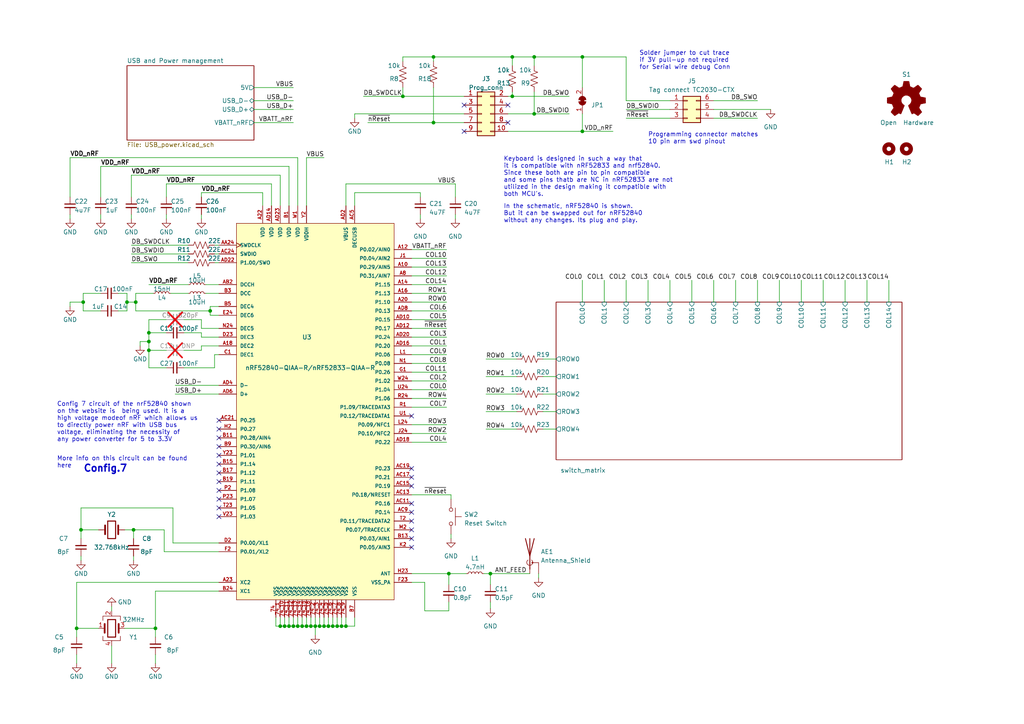
<source format=kicad_sch>
(kicad_sch (version 20230121) (generator eeschema)
  (paper "A4")
  (title_block (title "Main Page") (date "2023-06-05") (rev "1.0"))
  (junction (at 96.52 181.61))
  (junction (at 93.98 181.61))
  (junction (at 91.44 181.61))
  (junction (at 130.175 166.37))
  (junction (at 39.37 87.63))
  (junction (at 88.9 181.61))
  (junction (at 95.25 181.61))
  (junction (at 85.09 181.61))
  (junction (at 22.225 182.245))
  (junction (at 60.96 90.17))
  (junction (at 43.18 96.52))
  (junction (at 97.79 181.61))
  (junction (at 125.73 16.51))
  (junction (at 100.33 181.61))
  (junction (at 142.24 166.37))
  (junction (at 154.94 33.02))
  (junction (at 168.91 38.1))
  (junction (at 24.13 87.63))
  (junction (at 116.84 27.94))
  (junction (at 36.83 87.63))
  (junction (at 43.18 101.6))
  (junction (at 83.82 181.61))
  (junction (at 148.59 27.94))
  (junction (at 86.36 181.61))
  (junction (at 23.495 153.67))
  (junction (at 38.735 153.67))
  (junction (at 82.55 181.61))
  (junction (at 154.94 16.51))
  (junction (at 45.085 182.245))
  (junction (at 168.91 16.51))
  (junction (at 92.71 181.61))
  (junction (at 87.63 181.61))
  (junction (at 43.18 99.06))
  (junction (at 90.17 181.61))
  (junction (at 125.73 35.56))
  (junction (at 148.59 16.51))
  (junction (at 81.28 181.61))
  (junction (at 99.06 181.61))
  (no_connect (at 119.38 135.89))
  (no_connect (at 63.5 132.08))
  (no_connect (at 119.38 146.05))
  (no_connect (at 119.38 151.13))
  (no_connect (at 63.5 134.62))
  (no_connect (at 63.5 129.54))
  (no_connect (at 63.5 124.46))
  (no_connect (at 63.5 139.7))
  (no_connect (at 119.38 140.97))
  (no_connect (at 63.5 149.86))
  (no_connect (at 119.38 153.67))
  (no_connect (at 63.5 121.92))
  (no_connect (at 63.5 127))
  (no_connect (at 147.32 35.56))
  (no_connect (at 63.5 142.24))
  (no_connect (at 119.38 158.75))
  (no_connect (at 63.5 144.78))
  (no_connect (at 134.62 30.48))
  (no_connect (at 119.38 148.59))
  (no_connect (at 147.32 30.48))
  (no_connect (at 119.38 120.65))
  (no_connect (at 119.38 138.43))
  (no_connect (at 119.38 156.21))
  (no_connect (at 63.5 147.32))
  (no_connect (at 134.62 38.1))
  (no_connect (at 63.5 137.16))
  (wire (pts (xy 140.97 104.14) (xy 149.86 104.14)))
  (wire (pts (xy 96.52 179.07) (xy 96.52 181.61)))
  (wire (pts (xy 43.18 106.68) (xy 48.26 106.68)))
  (wire (pts (xy 142.24 166.37) (xy 153.67 166.37)))
  (wire (pts (xy 83.82 48.26) (xy 83.82 59.69)))
  (wire (pts (xy 22.225 168.91) (xy 22.225 182.245)))
  (wire (pts (xy 73.66 31.75) (xy 85.09 31.75)))
  (wire (pts (xy 58.42 92.71) (xy 58.42 95.25)))
  (wire (pts (xy 87.63 179.07) (xy 87.63 181.61)))
  (wire (pts (xy 73.66 35.56) (xy 85.09 35.56)))
  (wire (pts (xy 102.87 33.02) (xy 134.62 33.02)))
  (wire (pts (xy 99.06 179.07) (xy 99.06 181.61)))
  (wire (pts (xy 38.1 71.12) (xy 54.61 71.12)))
  (wire (pts (xy 207.01 29.21) (xy 219.71 29.21)))
  (wire (pts (xy 23.495 147.32) (xy 23.495 153.67)))
  (wire (pts (xy 121.92 62.23) (xy 121.92 63.5)))
  (wire (pts (xy 48.26 57.15) (xy 48.26 53.34)))
  (wire (pts (xy 125.73 16.51) (xy 148.59 16.51)))
  (wire (pts (xy 43.18 99.06) (xy 43.18 101.6)))
  (wire (pts (xy 140.335 166.37) (xy 142.24 166.37)))
  (wire (pts (xy 147.32 33.02) (xy 154.94 33.02)))
  (wire (pts (xy 20.32 45.72) (xy 20.32 57.15)))
  (wire (pts (xy 100.33 59.69) (xy 100.33 53.34)))
  (wire (pts (xy 119.38 107.95) (xy 129.54 107.95)))
  (wire (pts (xy 213.36 81.28) (xy 213.36 87.63)))
  (wire (pts (xy 86.36 45.72) (xy 86.36 59.69)))
  (wire (pts (xy 43.18 101.6) (xy 48.26 101.6)))
  (wire (pts (xy 116.84 27.94) (xy 134.62 27.94)))
  (wire (pts (xy 36.83 87.63) (xy 39.37 87.63)))
  (wire (pts (xy 58.42 57.15) (xy 58.42 55.88)))
  (wire (pts (xy 154.94 26.67) (xy 154.94 33.02)))
  (wire (pts (xy 43.18 82.55) (xy 54.61 82.55)))
  (wire (pts (xy 154.94 16.51) (xy 154.94 19.05)))
  (wire (pts (xy 29.21 62.23) (xy 29.21 63.5)))
  (wire (pts (xy 91.44 181.61) (xy 91.44 184.15)))
  (wire (pts (xy 119.38 87.63) (xy 129.54 87.63)))
  (wire (pts (xy 116.84 16.51) (xy 125.73 16.51)))
  (wire (pts (xy 88.9 181.61) (xy 87.63 181.61)))
  (wire (pts (xy 38.735 153.67) (xy 38.735 156.21)))
  (wire (pts (xy 148.59 26.67) (xy 148.59 27.94)))
  (wire (pts (xy 36.195 182.245) (xy 45.085 182.245)))
  (wire (pts (xy 29.21 57.15) (xy 29.21 48.26)))
  (wire (pts (xy 95.25 179.07) (xy 95.25 181.61)))
  (wire (pts (xy 49.53 85.09) (xy 54.61 85.09)))
  (wire (pts (xy 207.01 81.28) (xy 207.01 87.63)))
  (wire (pts (xy 119.38 80.01) (xy 129.54 80.01)))
  (wire (pts (xy 20.32 88.9) (xy 20.32 87.63)))
  (wire (pts (xy 257.81 81.28) (xy 257.81 87.63)))
  (wire (pts (xy 119.38 100.33) (xy 129.54 100.33)))
  (wire (pts (xy 45.085 182.245) (xy 45.085 184.785)))
  (wire (pts (xy 92.71 181.61) (xy 91.44 181.61)))
  (wire (pts (xy 238.76 81.28) (xy 238.76 87.63)))
  (wire (pts (xy 194.31 81.28) (xy 194.31 87.63)))
  (wire (pts (xy 100.33 53.34) (xy 132.08 53.34)))
  (wire (pts (xy 102.87 55.88) (xy 121.92 55.88)))
  (wire (pts (xy 24.13 87.63) (xy 24.13 90.17)))
  (wire (pts (xy 24.13 90.17) (xy 29.21 90.17)))
  (wire (pts (xy 119.38 105.41) (xy 129.54 105.41)))
  (wire (pts (xy 43.18 92.71) (xy 43.18 96.52)))
  (wire (pts (xy 119.38 110.49) (xy 129.54 110.49)))
  (wire (pts (xy 93.98 179.07) (xy 93.98 181.61)))
  (wire (pts (xy 23.495 153.67) (xy 28.575 153.67)))
  (wire (pts (xy 125.73 25.4) (xy 125.73 35.56)))
  (wire (pts (xy 147.32 38.1) (xy 168.91 38.1)))
  (wire (pts (xy 38.1 57.15) (xy 38.1 50.8)))
  (wire (pts (xy 23.495 161.29) (xy 23.495 162.56)))
  (wire (pts (xy 105.41 27.94) (xy 116.84 27.94)))
  (wire (pts (xy 53.34 96.52) (xy 58.42 96.52)))
  (wire (pts (xy 156.21 166.37) (xy 156.21 167.64)))
  (wire (pts (xy 90.17 179.07) (xy 90.17 181.61)))
  (wire (pts (xy 154.94 33.02) (xy 165.1 33.02)))
  (wire (pts (xy 97.79 181.61) (xy 96.52 181.61)))
  (wire (pts (xy 119.38 123.19) (xy 129.54 123.19)))
  (wire (pts (xy 20.32 45.72) (xy 86.36 45.72)))
  (wire (pts (xy 59.69 85.09) (xy 63.5 85.09)))
  (wire (pts (xy 60.96 90.17) (xy 60.96 88.9)))
  (wire (pts (xy 88.9 45.72) (xy 88.9 59.69)))
  (wire (pts (xy 22.225 182.245) (xy 28.575 182.245)))
  (wire (pts (xy 62.23 106.68) (xy 62.23 102.87)))
  (wire (pts (xy 29.21 85.09) (xy 24.13 85.09)))
  (wire (pts (xy 140.97 119.38) (xy 149.86 119.38)))
  (wire (pts (xy 48.26 92.71) (xy 43.18 92.71)))
  (wire (pts (xy 38.1 50.8) (xy 81.28 50.8)))
  (wire (pts (xy 207.01 31.75) (xy 223.52 31.75)))
  (wire (pts (xy 119.38 92.71) (xy 129.54 92.71)))
  (wire (pts (xy 119.38 128.27) (xy 129.54 128.27)))
  (wire (pts (xy 96.52 181.61) (xy 95.25 181.61)))
  (wire (pts (xy 53.34 106.68) (xy 62.23 106.68)))
  (wire (pts (xy 157.48 119.38) (xy 161.29 119.38)))
  (wire (pts (xy 22.225 182.245) (xy 22.225 184.785)))
  (wire (pts (xy 43.18 101.6) (xy 43.18 106.68)))
  (wire (pts (xy 130.81 154.94) (xy 130.81 156.21)))
  (wire (pts (xy 91.44 181.61) (xy 90.17 181.61)))
  (wire (pts (xy 157.48 104.14) (xy 161.29 104.14)))
  (wire (pts (xy 81.28 181.61) (xy 80.01 181.61)))
  (wire (pts (xy 168.91 38.1) (xy 177.8 38.1)))
  (wire (pts (xy 168.91 16.51) (xy 181.61 16.51)))
  (wire (pts (xy 140.97 114.3) (xy 149.86 114.3)))
  (wire (pts (xy 47.625 153.67) (xy 38.735 153.67)))
  (wire (pts (xy 119.38 82.55) (xy 129.54 82.55)))
  (wire (pts (xy 24.13 85.09) (xy 24.13 87.63)))
  (wire (pts (xy 130.81 144.78) (xy 130.81 143.51)))
  (wire (pts (xy 125.73 35.56) (xy 134.62 35.56)))
  (wire (pts (xy 121.92 55.88) (xy 121.92 57.15)))
  (wire (pts (xy 50.8 111.76) (xy 63.5 111.76)))
  (wire (pts (xy 181.61 16.51) (xy 181.61 29.21)))
  (wire (pts (xy 157.48 109.22) (xy 161.29 109.22)))
  (wire (pts (xy 92.71 179.07) (xy 92.71 181.61)))
  (wire (pts (xy 81.28 179.07) (xy 81.28 181.61)))
  (wire (pts (xy 147.32 27.94) (xy 148.59 27.94)))
  (wire (pts (xy 39.37 87.63) (xy 39.37 90.17)))
  (wire (pts (xy 38.1 73.66) (xy 54.61 73.66)))
  (wire (pts (xy 39.37 90.17) (xy 60.96 90.17)))
  (wire (pts (xy 119.38 72.39) (xy 129.54 72.39)))
  (wire (pts (xy 58.42 62.23) (xy 58.42 63.5)))
  (wire (pts (xy 58.42 100.33) (xy 63.5 100.33)))
  (wire (pts (xy 119.38 113.03) (xy 129.54 113.03)))
  (wire (pts (xy 44.45 85.09) (xy 39.37 85.09)))
  (wire (pts (xy 58.42 96.52) (xy 58.42 97.79)))
  (wire (pts (xy 53.34 101.6) (xy 58.42 101.6)))
  (wire (pts (xy 181.61 81.28) (xy 181.61 87.63)))
  (wire (pts (xy 119.38 102.87) (xy 129.54 102.87)))
  (wire (pts (xy 43.18 96.52) (xy 48.26 96.52)))
  (wire (pts (xy 86.36 179.07) (xy 86.36 181.61)))
  (wire (pts (xy 130.175 166.37) (xy 130.175 169.545)))
  (wire (pts (xy 119.38 115.57) (xy 129.54 115.57)))
  (wire (pts (xy 116.84 17.78) (xy 116.84 16.51)))
  (wire (pts (xy 200.66 81.28) (xy 200.66 87.63)))
  (wire (pts (xy 22.225 189.865) (xy 22.225 192.405)))
  (wire (pts (xy 88.9 45.72) (xy 93.98 45.72)))
  (wire (pts (xy 32.385 177.165) (xy 32.385 175.895)))
  (wire (pts (xy 119.38 74.93) (xy 129.54 74.93)))
  (wire (pts (xy 32.385 192.405) (xy 32.385 187.325)))
  (wire (pts (xy 62.23 73.66) (xy 63.5 73.66)))
  (wire (pts (xy 102.87 181.61) (xy 100.33 181.61)))
  (wire (pts (xy 83.82 181.61) (xy 82.55 181.61)))
  (wire (pts (xy 43.18 99.06) (xy 40.64 99.06)))
  (wire (pts (xy 157.48 114.3) (xy 161.29 114.3)))
  (wire (pts (xy 175.26 81.28) (xy 175.26 87.63)))
  (wire (pts (xy 140.97 109.22) (xy 149.86 109.22)))
  (wire (pts (xy 148.59 16.51) (xy 148.59 19.05)))
  (wire (pts (xy 168.91 33.02) (xy 168.91 38.1)))
  (wire (pts (xy 60.96 90.17) (xy 60.96 91.44)))
  (wire (pts (xy 23.495 147.32) (xy 50.165 147.32)))
  (wire (pts (xy 148.59 27.94) (xy 165.1 27.94)))
  (wire (pts (xy 102.87 59.69) (xy 102.87 55.88)))
  (wire (pts (xy 142.24 174.625) (xy 142.24 176.53)))
  (wire (pts (xy 73.66 25.4) (xy 85.09 25.4)))
  (wire (pts (xy 63.5 88.9) (xy 60.96 88.9)))
  (wire (pts (xy 90.17 181.61) (xy 88.9 181.61)))
  (wire (pts (xy 119.38 85.09) (xy 129.54 85.09)))
  (wire (pts (xy 38.1 76.2) (xy 54.61 76.2)))
  (wire (pts (xy 29.21 48.26) (xy 83.82 48.26)))
  (wire (pts (xy 123.19 168.91) (xy 123.19 177.165)))
  (wire (pts (xy 85.09 181.61) (xy 83.82 181.61)))
  (wire (pts (xy 102.87 179.07) (xy 102.87 181.61)))
  (wire (pts (xy 119.38 166.37) (xy 130.175 166.37)))
  (wire (pts (xy 207.01 34.29) (xy 219.71 34.29)))
  (wire (pts (xy 80.01 181.61) (xy 80.01 179.07)))
  (wire (pts (xy 251.46 81.28) (xy 251.46 87.63)))
  (wire (pts (xy 88.9 179.07) (xy 88.9 181.61)))
  (wire (pts (xy 119.38 125.73) (xy 129.54 125.73)))
  (wire (pts (xy 168.91 16.51) (xy 168.91 25.4)))
  (wire (pts (xy 47.625 160.02) (xy 47.625 153.67)))
  (wire (pts (xy 232.41 81.28) (xy 232.41 87.63)))
  (wire (pts (xy 245.11 81.28) (xy 245.11 87.63)))
  (wire (pts (xy 123.19 177.165) (xy 130.175 177.165)))
  (wire (pts (xy 219.71 81.28) (xy 219.71 87.63)))
  (wire (pts (xy 119.38 95.25) (xy 129.54 95.25)))
  (wire (pts (xy 100.33 181.61) (xy 99.06 181.61)))
  (wire (pts (xy 60.96 91.44) (xy 63.5 91.44)))
  (wire (pts (xy 168.91 81.28) (xy 168.91 87.63)))
  (wire (pts (xy 93.98 181.61) (xy 92.71 181.61)))
  (wire (pts (xy 39.37 85.09) (xy 39.37 87.63)))
  (wire (pts (xy 58.42 97.79) (xy 63.5 97.79)))
  (wire (pts (xy 83.82 179.07) (xy 83.82 181.61)))
  (wire (pts (xy 63.5 171.45) (xy 45.085 171.45)))
  (wire (pts (xy 181.61 29.21) (xy 194.31 29.21)))
  (wire (pts (xy 20.32 62.23) (xy 20.32 63.5)))
  (wire (pts (xy 119.38 90.17) (xy 129.54 90.17)))
  (wire (pts (xy 34.29 90.17) (xy 36.83 90.17)))
  (wire (pts (xy 119.38 118.11) (xy 129.54 118.11)))
  (wire (pts (xy 87.63 181.61) (xy 86.36 181.61)))
  (wire (pts (xy 132.08 62.23) (xy 132.08 63.5)))
  (wire (pts (xy 58.42 101.6) (xy 58.42 100.33)))
  (wire (pts (xy 38.735 161.29) (xy 38.735 162.56)))
  (wire (pts (xy 45.085 189.865) (xy 45.085 192.405)))
  (wire (pts (xy 53.34 92.71) (xy 58.42 92.71)))
  (wire (pts (xy 63.5 160.02) (xy 47.625 160.02)))
  (wire (pts (xy 86.36 181.61) (xy 85.09 181.61)))
  (wire (pts (xy 148.59 16.51) (xy 154.94 16.51)))
  (wire (pts (xy 50.165 147.32) (xy 50.165 157.48)))
  (wire (pts (xy 48.26 53.34) (xy 78.74 53.34)))
  (wire (pts (xy 34.29 85.09) (xy 36.83 85.09)))
  (wire (pts (xy 62.23 71.12) (xy 63.5 71.12)))
  (wire (pts (xy 187.96 81.28) (xy 187.96 87.63)))
  (wire (pts (xy 58.42 55.88) (xy 76.2 55.88)))
  (wire (pts (xy 50.165 157.48) (xy 63.5 157.48)))
  (wire (pts (xy 132.08 53.34) (xy 132.08 57.15)))
  (wire (pts (xy 36.83 85.09) (xy 36.83 87.63)))
  (wire (pts (xy 78.74 53.34) (xy 78.74 59.69)))
  (wire (pts (xy 40.64 99.06) (xy 40.64 100.33)))
  (wire (pts (xy 58.42 95.25) (xy 63.5 95.25)))
  (wire (pts (xy 99.06 181.61) (xy 97.79 181.61)))
  (wire (pts (xy 73.66 29.21) (xy 85.09 29.21)))
  (wire (pts (xy 226.06 81.28) (xy 226.06 87.63)))
  (wire (pts (xy 142.24 166.37) (xy 142.24 169.545)))
  (wire (pts (xy 140.97 124.46) (xy 149.86 124.46)))
  (wire (pts (xy 97.79 179.07) (xy 97.79 181.61)))
  (wire (pts (xy 181.61 31.75) (xy 194.31 31.75)))
  (wire (pts (xy 20.32 87.63) (xy 24.13 87.63)))
  (wire (pts (xy 181.61 34.29) (xy 194.31 34.29)))
  (wire (pts (xy 119.38 97.79) (xy 129.54 97.79)))
  (wire (pts (xy 36.83 87.63) (xy 36.83 90.17)))
  (wire (pts (xy 82.55 179.07) (xy 82.55 181.61)))
  (wire (pts (xy 95.25 181.61) (xy 93.98 181.61)))
  (wire (pts (xy 76.2 55.88) (xy 76.2 59.69)))
  (wire (pts (xy 48.26 62.23) (xy 48.26 63.5)))
  (wire (pts (xy 106.68 35.56) (xy 125.73 35.56)))
  (wire (pts (xy 36.195 153.67) (xy 38.735 153.67)))
  (wire (pts (xy 45.085 171.45) (xy 45.085 182.245)))
  (wire (pts (xy 102.87 33.02) (xy 102.87 34.29)))
  (wire (pts (xy 63.5 168.91) (xy 22.225 168.91)))
  (wire (pts (xy 85.09 179.07) (xy 85.09 181.61)))
  (wire (pts (xy 100.33 179.07) (xy 100.33 181.61)))
  (wire (pts (xy 59.69 82.55) (xy 63.5 82.55)))
  (wire (pts (xy 119.38 143.51) (xy 130.81 143.51)))
  (wire (pts (xy 119.38 168.91) (xy 123.19 168.91)))
  (wire (pts (xy 23.495 153.67) (xy 23.495 156.21)))
  (wire (pts (xy 38.1 62.23) (xy 38.1 63.5)))
  (wire (pts (xy 135.255 166.37) (xy 130.175 166.37)))
  (wire (pts (xy 91.44 179.07) (xy 91.44 181.61)))
  (wire (pts (xy 130.175 177.165) (xy 130.175 174.625)))
  (wire (pts (xy 81.28 50.8) (xy 81.28 59.69)))
  (wire (pts (xy 116.84 25.4) (xy 116.84 27.94)))
  (wire (pts (xy 62.23 76.2) (xy 63.5 76.2)))
  (wire (pts (xy 43.18 96.52) (xy 43.18 99.06)))
  (wire (pts (xy 119.38 77.47) (xy 129.54 77.47)))
  (wire (pts (xy 82.55 181.61) (xy 81.28 181.61)))
  (wire (pts (xy 62.23 102.87) (xy 63.5 102.87)))
  (wire (pts (xy 154.94 16.51) (xy 168.91 16.51)))
  (wire (pts (xy 157.48 124.46) (xy 161.29 124.46)))
  (wire (pts (xy 125.73 16.51) (xy 125.73 17.78)))
  (wire (pts (xy 50.8 114.3) (xy 63.5 114.3)))
  (text "Config.7\n" (at 24.13 137.16 0) (effects (font (size 2 2) (thickness 0.4) bold) (justify left bottom)))
  (text "More info on this circuit can be found\nhere\n" (at 16.51 135.89 0) (effects (font (size 1.27 1.27)) (justify left bottom)))
  (text "Keyboard is designed in such a way that \nit is compatible with nRF52833 and nrf52840.\nSince these both are pin to pin compatible \nand some pins thatb are NC in nRF52833 are not\nutilized in the design making it compatible with \nboth MCU's." (at 146.05 57.15 0) (effects (font (size 1.27 1.27)) (justify left bottom)))
  (text "Programming connector matches \n10 pin arm swd pinout" (at 187.96 41.91 0) (effects (font (size 1.27 1.27)) (justify left bottom)))
  (text "In the schematic, nRF52840 is shown. \nBut it can be swapped out for nRF52840 \nwithout any changes. Its plug and play." (at 146.05 64.77 0) (effects (font (size 1.27 1.27)) (justify left bottom)))
  (text "Solder jumper to cut trace \nif 3V pull-up not required \nfor Serial wire debug Conn" (at 185.42 20.32 0) (effects (font (size 1.27 1.27)) (justify left bottom)))
  (text "Config 7 circuit of the nrF52840 shown \non the website is  being used. It is a \nhigh voltage modeof nRF which allows us \nto directly power nRF with USB bus \nvoltage, eliminating the necessity of\nany power converter for 5 to 3.3V\n" (at 16.51 128.27 0) (effects (font (size 1.27 1.27)) (justify left bottom)))
  (label "COL14" (at 257.81 81.28 180))
  (label "COL5" (at 129.54 92.71 180))
  (label "USB_D-" (at 50.8 111.76 0))
  (label "ROW4" (at 129.54 115.57 180))
  (label "COL9" (at 129.54 102.87 180))
  (label "ANT_FEED" (at 143.51 166.37 0))
  (label "COL8" (at 129.54 105.41 180))
  (label "COL12" (at 129.54 80.01 180))
  (label "COL9" (at 226.06 81.28 180))
  (label "USB_D+" (at 85.09 31.75 180))
  (label "COL12" (at 245.11 81.28 180))
  (label "COL11" (at 129.54 107.95 180))
  (label "VDD_nRF" (at 29.21 48.26 0) (effects (font bold)))
  (label "USB_D+" (at 50.8 114.3 0))
  (label "ROW1" (at 129.54 85.09 180))
  (label "COL1" (at 175.26 81.28 180))
  (label "COL0" (at 129.54 113.03 180))
  (label "COL6" (at 207.01 81.28 180))
  (label "COL0" (at 168.91 81.28 180))
  (label "VDD_nRF" (at 177.8 38.1 180))
  (label "DB_SWO" (at 219.71 29.21 180))
  (label "COL3" (at 129.54 97.79 180))
  (label "COL11" (at 238.76 81.28 180))
  (label "COL2" (at 181.61 81.28 180))
  (label "DB_SWDCLK" (at 38.1 71.12 0))
  (label "COL8" (at 219.71 81.28 180))
  (label "VDD_nRF" (at 58.42 55.88 0) (effects (font bold)))
  (label "~{nReset}" (at 129.54 95.25 180))
  (label "COL14" (at 129.54 82.55 180))
  (label "DB_SWDIO" (at 165.1 33.02 180))
  (label "~{nReset}" (at 181.61 34.29 0))
  (label "COL2" (at 129.54 110.49 180))
  (label "DB_SWO" (at 38.1 76.2 0))
  (label "ROW1" (at 140.97 109.22 0))
  (label "COL10" (at 129.54 74.93 180))
  (label "ROW3" (at 140.97 119.38 0))
  (label "~{nReset}" (at 106.68 35.56 0))
  (label "VDD_nRF" (at 20.32 45.72 0) (effects (font bold)))
  (label "DB_SWDCLK" (at 219.71 34.29 180))
  (label "COL13" (at 251.46 81.28 180))
  (label "VBATT_nRF" (at 129.54 72.39 180))
  (label "COL10" (at 232.41 81.28 180))
  (label "COL4" (at 194.31 81.28 180))
  (label "VBUS" (at 132.08 53.34 180))
  (label "VBUS" (at 93.98 45.72 180))
  (label "COL7" (at 129.54 118.11 180))
  (label "COL6" (at 129.54 90.17 180))
  (label "VDD_nRF" (at 43.18 82.55 0) (effects (font bold)))
  (label "ROW2" (at 129.54 125.73 180))
  (label "ROW4" (at 140.97 124.46 0))
  (label "DB_SWDIO" (at 181.61 31.75 0))
  (label "COL3" (at 187.96 81.28 180))
  (label "USB_D-" (at 85.09 29.21 180))
  (label "ROW2" (at 140.97 114.3 0))
  (label "DB_SWDIO" (at 38.1 73.66 0))
  (label "DB_SWO" (at 165.1 27.94 180))
  (label "COL5" (at 200.66 81.28 180))
  (label "COL7" (at 213.36 81.28 180))
  (label "ROW0" (at 129.54 87.63 180))
  (label "VDD_nRF" (at 38.1 50.8 0) (effects (font bold)))
  (label "VBUS" (at 85.09 25.4 180))
  (label "ROW0" (at 140.97 104.14 0))
  (label "ROW3" (at 129.54 123.19 180))
  (label "COL13" (at 129.54 77.47 180))
  (label "DB_SWDCLK" (at 105.41 27.94 0))
  (label "VDD_nRF" (at 48.26 53.34 0) (effects (font bold)))
  (label "COL4" (at 129.54 128.27 180))
  (label "~{nReset}" (at 129.54 143.51 180))
  (label "VBATT_nRF" (at 85.09 35.56 180))
  (label "COL1" (at 129.54 100.33 180))
  (symbol (lib_id "power:GND") (at 132.08 63.5 0) (unit 1)
    (property "Reference" "#PWR024" (effects hide))
    (property "Value" "GND" (at 132.08 68.58 0))
  )
  (symbol (lib_id "keyboard:R_US") (at 153.67 119.38 0) (unit 1)
    (property "Reference" "R22" (at 157.48 118.11 0))
    (property "Value" "10k" (at 149.86 118.11 0))
    (property "Footprint" "keyboard:R_0402_1005Metric" (effects hide))
    (property "Datasheet" "https://datasheet.lcsc.com/lcsc/2304140030_YAGEO-RC0402FR-0710KL_C60490.pdf" (effects hide))
    (property "PN" "RC0402FR-0710KL" (effects hide))
    (property "LCSC Part Number" "C60490" (effects hide))
    (property "LCSC link" "https://www.lcsc.com/product-detail/Chip-Resistor-Surface-Mount_YAGEO-RC0402FR-0710KL_C60490.html" (effects hide))
  )
  (symbol (lib_id "keyboard:C_Small") (at 50.8 96.52 90) (unit 1)
    (property "Reference" "C13" (at 48.26 95.25 90))
    (property "Value" "100pF" (at 54.61 95.25 90))
    (property "Footprint" "keyboard:C_0402_1005Metric" (effects hide))
    (property "Datasheet" "https://datasheet.lcsc.com/lcsc/2304140030_YAGEO-CC0402JRNPO9BN101_C106200.pdf" (effects hide))
    (property "PN" "CC0402JRNPO9BN101" (effects hide))
    (property "LCSC Part Number" "C106200" (effects hide))
    (property "LCSC link" "https://www.lcsc.com/product-detail/Multilayer-Ceramic-Capacitors-MLCC-SMD-SMT_YAGEO-CC0402JRNPO9BN101_C106200.html" (effects hide))
  )
  (symbol (lib_id "keyboard:L_Small") (at 137.795 166.37 90) (unit 1)
    (property "Reference" "L1" (at 137.795 161.925 90))
    (property "Value" "4.7nH" (at 137.795 164.465 90))
    (property "Footprint" "keyboard:L_0402_1005Metric" (effects hide))
    (property "Datasheet" "https://datasheet.lcsc.com/lcsc/2304140030_TDK-MLK1005S4N7ST000_C136252.pdf" (effects hide))
    (property "PN" "MLK1005S4N7ST000" (effects hide))
    (property "LCSC Part Number" "C136252" (effects hide))
    (property "LCSC link" "https://www.lcsc.com/product-detail/Inductors-SMD_TDK-MLK1005S4N7ST000_C136252.html" (effects hide))
  )
  (symbol (lib_id "power:GND") (at 102.87 34.29 0) (unit 1)
    (property "Reference" "#PWR017" (effects hide))
    (property "Value" "GND" (at 102.87 38.1 0))
  )
  (symbol (lib_id "keyboard:R_US") (at 154.94 22.86 270) (unit 1)
    (property "Reference" "R9" (at 152.4 24.13 90))
    (property "Value" "10k" (at 152.4 20.32 90))
    (property "Footprint" "keyboard:R_0402_1005Metric" (effects hide))
    (property "Datasheet" "https://datasheet.lcsc.com/lcsc/2304140030_YAGEO-RC0402FR-0710KL_C60490.pdf" (effects hide))
    (property "PN" "RC0402FR-0710KL" (effects hide))
    (property "LCSC Part Number" "C60490" (effects hide))
    (property "LCSC link" "https://www.lcsc.com/product-detail/Chip-Resistor-Surface-Mount_YAGEO-RC0402FR-0710KL_C60490.html" (effects hide))
  )
  (symbol (lib_id "power:GND") (at 22.225 192.405 0) (unit 1)
    (property "Reference" "#PWR011" (effects hide))
    (property "Value" "GND" (at 22.225 196.215 0))
  )
  (symbol (lib_id "keyboard:Conn_02x03") (at 199.39 31.75 0) (unit 1)
    (property "Reference" "J5" (at 200.66 23.495 0))
    (property "Value" "Tag connect TC2030-CTX" (at 200.66 26.035 0))
    (property "Footprint" "keyboard:TC2030-IDC-NL" (effects hide))
    (property "Datasheet" "https://www.tag-connect.com/wp-content/uploads/bsk-pdf-manager/TC2030-CTX_1.pdf" (effects hide))
  )
  (symbol (lib_id "Device:C_Small") (at 31.75 90.17 270) (mirror x) (unit 1)
    (property "Reference" "C14" (at 33.02 88.9 90) (effects (justify left)))
    (property "Value" "1uF" (at 26.67 88.9 90) (effects (justify left)))
    (property "Footprint" "keyboard:C_0603_1608Metric" (effects hide))
    (property "Datasheet" "https://datasheet.lcsc.com/lcsc/2209191700_Samsung-Electro-Mechanics-CL10A105KO8NNNC_C1592.pdf" (effects hide))
    (property "LCSC link" "https://www.lcsc.com/product-detail/Multilayer-Ceramic-Capacitors-MLCC-SMD-SMT_Samsung-Electro-Mechanics-CL10A105KO8NNNC_C1592.html" (effects hide))
    (property "PN" "CL10A105KO8NNNC" (effects hide))
    (property "LCSC Part Number" "C1592" (effects hide))
  )
  (symbol (lib_id "keyboard:C_Small") (at 23.495 158.75 180) (unit 1)
    (property "Reference" "C7" (at 18.415 156.21 0))
    (property "Value" "8pF" (at 18.415 160.02 0))
    (property "Footprint" "keyboard:C_0402_1005Metric" (effects hide))
    (property "Datasheet" "https://www.lcsc.com/product-detail/Multilayer-Ceramic-Capacitors-MLCC-SMD-SMT_YAGEO-AC0402CRNPO9BN8R0_C962144.html" (effects hide))
    (property "PN" "AC0402CRNPO9BN8R0" (effects hide))
    (property "LCSC Part Number" "C962144" (effects hide))
    (property "LCSC link" "https://www.lcsc.com/product-detail/Multilayer-Ceramic-Capacitors-MLCC-SMD-SMT_YAGEO-CC0201CRNPO8BN8R0_C5182411.html" (effects hide))
  )
  (symbol (lib_id "keyboard:C_Small") (at 20.32 59.69 0) (unit 1)
    (property "Reference" "C22" (at 21.59 58.42 0) (effects (justify left)))
    (property "Value" "4u7F" (at 21.59 60.96 0) (effects (justify left)))
    (property "Footprint" "keyboard:C_0805_2012Metric" (effects hide))
    (property "Datasheet" "https://datasheet.lcsc.com/lcsc/2304140030_Samsung-Electro-Mechanics-CL21A475KAQNNNE_C1779.pdf" (effects hide))
    (property "LCSC link" "https://www.lcsc.com/product-detail/Multilayer-Ceramic-Capacitors-MLCC-SMD-SMT_Samsung-Electro-Mechanics-CL21A475KAQNNNE_C1779.html" (effects hide))
    (property "PN" "CL21A475KAQNNNE" (effects hide))
    (property "LCSC Part Number" "C1779" (effects hide))
  )
  (symbol (lib_id "keyboard:R_US") (at 116.84 21.59 270) (unit 1)
    (property "Reference" "R8" (at 114.3 22.86 90))
    (property "Value" "10k" (at 114.3 19.05 90))
    (property "Footprint" "keyboard:R_0402_1005Metric" (effects hide))
    (property "Datasheet" "https://datasheet.lcsc.com/lcsc/2304140030_YAGEO-RC0402FR-0710KL_C60490.pdf" (effects hide))
    (property "PN" "RC0402FR-0710KL" (effects hide))
    (property "LCSC Part Number" "C60490" (effects hide))
    (property "LCSC link" "https://www.lcsc.com/product-detail/Chip-Resistor-Surface-Mount_YAGEO-RC0402FR-0710KL_C60490.html" (effects hide))
  )
  (symbol (lib_id "power:GND") (at 223.52 31.75 0) (unit 1)
    (property "Reference" "#PWR035" (effects hide))
    (property "Value" "GND" (at 223.52 36.83 0))
  )
  (symbol (lib_id "power:GND") (at 38.1 63.5 0) (unit 1)
    (property "Reference" "#PWR028" (effects hide))
    (property "Value" "GND" (at 38.1 67.31 0))
  )
  (symbol (lib_id "keyboard:Crystal_GND24") (at 32.385 182.245 0) (unit 1)
    (property "Reference" "Y1" (at 38.735 184.785 0))
    (property "Value" "32MHz" (at 38.735 179.705 0))
    (property "Footprint" "keyboard:SMD-4_crystal" (effects hide))
    (property "Datasheet" "https://datasheet.lcsc.com/lcsc/2304140030_JYJE-3TJ432000HYFBC_C2149125.pdf" (effects hide))
    (property "PN" "3TJ432000HYFBC" (effects hide))
    (property "LCSC link" "https://www.lcsc.com/product-detail/Crystals_JYJE-3TJ432000HYFBC_C2149125.html" (effects hide))
    (property "LCSC Part Number" "C2149125" (effects hide))
  )
  (symbol (lib_id "power:GND") (at 23.495 162.56 0) (unit 1)
    (property "Reference" "#PWR015" (effects hide))
    (property "Value" "GND" (at 23.495 166.37 0))
  )
  (symbol (lib_id "power:GND") (at 20.32 88.9 0) (unit 1)
    (property "Reference" "#PWR038" (effects hide))
    (property "Value" "GND" (at 20.32 92.71 0))
  )
  (symbol (lib_id "keyboard:L_Small") (at 57.15 82.55 90) (unit 1)
    (property "Reference" "L5" (at 57.15 80.01 90))
    (property "Value" "10uH" (at 57.15 81.28 90))
    (property "Footprint" "keyboard:L_0603_1608Metric" (effects hide))
    (property "LCSC Part Number" "C3911082" (effects hide))
    (property "LCSC link" "https://www.lcsc.com/product-detail/Inductors-SMD_Murata-Electronics-LQM18DZ100M70L_C3911082.html" (effects hide))
    (property "PN" "LQM18DZ100M70L" (effects hide))
  )
  (symbol (lib_id "power:GND") (at 121.92 63.5 0) (unit 1)
    (property "Reference" "#PWR025" (effects hide))
    (property "Value" "GND" (at 121.92 68.58 0))
  )
  (symbol (lib_id "power:GND") (at 91.44 184.15 0) (unit 1)
    (property "Reference" "#PWR010" (effects hide))
    (property "Value" "GND" (at 91.44 189.23 0))
  )
  (symbol (lib_id "keyboard:R_US") (at 153.67 114.3 0) (unit 1)
    (property "Reference" "R21" (at 157.48 113.03 0))
    (property "Value" "10k" (at 149.86 113.03 0))
    (property "Footprint" "keyboard:R_0402_1005Metric" (effects hide))
    (property "Datasheet" "https://datasheet.lcsc.com/lcsc/2304140030_YAGEO-RC0402FR-0710KL_C60490.pdf" (effects hide))
    (property "PN" "RC0402FR-0710KL" (effects hide))
    (property "LCSC Part Number" "C60490" (effects hide))
    (property "LCSC link" "https://www.lcsc.com/product-detail/Chip-Resistor-Surface-Mount_YAGEO-RC0402FR-0710KL_C60490.html" (effects hide))
  )
  (symbol (lib_id "power:GND") (at 58.42 63.5 0) (unit 1)
    (property "Reference" "#PWR026" (effects hide))
    (property "Value" "GND" (at 58.42 67.31 0))
  )
  (symbol (lib_id "keyboard:Prog_conn") (at 139.7 33.02 0) (unit 1)
    (property "Reference" "J3" (at 140.97 22.86 0))
    (property "Value" "Prog_conn" (at 140.97 25.4 0))
    (property "Footprint" "keyboard:DB_CONN" (effects hide))
  )
  (symbol (lib_id "keyboard:C_Small") (at 50.8 106.68 90) (unit 1)
    (property "Reference" "C27" (at 48.26 105.41 90))
    (property "Value" "100nF" (at 54.61 105.41 90))
    (property "Footprint" "keyboard:C_0402_1005Metric" (effects hide))
    (property "Datasheet" "https://datasheet.lcsc.com/lcsc/2304140030_Samsung-Electro-Mechanics-CL05B104KO5NNNC_C1525.pdf" (effects hide))
    (property "PN" "CL05B104KO5NNNC" (effects hide))
    (property "LCSC Part Number" "C1525" (effects hide))
    (property "LCSC link" "https://www.lcsc.com/product-detail/Multilayer-Ceramic-Capacitors-MLCC-SMD-SMT_Samsung-Electro-Mechanics-CL05B104KO5NNNC_C1525.html" (effects hide))
  )
  (symbol (lib_id "power:GND") (at 48.26 63.5 0) (unit 1)
    (property "Reference" "#PWR027" (effects hide))
    (property "Value" "GND" (at 48.26 67.31 0))
  )
  (symbol (lib_id "power:GND") (at 29.21 63.5 0) (unit 1)
    (property "Reference" "#PWR029" (effects hide))
    (property "Value" "GND" (at 29.21 67.31 0))
  )
  (symbol (lib_id "keyboard:R_US") (at 153.67 109.22 0) (unit 1)
    (property "Reference" "R20" (at 157.48 107.95 0))
    (property "Value" "10k" (at 149.86 107.95 0))
    (property "Footprint" "keyboard:R_0402_1005Metric" (effects hide))
    (property "Datasheet" "https://datasheet.lcsc.com/lcsc/2304140030_YAGEO-RC0402FR-0710KL_C60490.pdf" (effects hide))
    (property "PN" "RC0402FR-0710KL" (effects hide))
    (property "LCSC Part Number" "C60490" (effects hide))
    (property "LCSC link" "https://www.lcsc.com/product-detail/Chip-Resistor-Surface-Mount_YAGEO-RC0402FR-0710KL_C60490.html" (effects hide))
  )
  (symbol (lib_id "keyboard:C_Small") (at 31.75 85.09 90) (unit 1)
    (property "Reference" "C17" (at 29.21 83.82 90))
    (property "Value" "100nF" (at 35.56 83.82 90))
    (property "Footprint" "keyboard:C_0402_1005Metric" (effects hide))
    (property "Datasheet" "https://datasheet.lcsc.com/lcsc/2304140030_Samsung-Electro-Mechanics-CL05B104KO5NNNC_C1525.pdf" (effects hide))
    (property "PN" "CL05B104KO5NNNC" (effects hide))
    (property "LCSC Part Number" "C1525" (effects hide))
    (property "LCSC link" "https://www.lcsc.com/product-detail/Multilayer-Ceramic-Capacitors-MLCC-SMD-SMT_Samsung-Electro-Mechanics-CL05B104KO5NNNC_C1525.html" (effects hide))
  )
  (symbol (lib_id "keyboard:C_Small") (at 50.8 92.71 90) (unit 1) (in_bom no) (dnp yes)
    (property "Reference" "C9" (at 48.26 91.44 90))
    (property "Value" "820pF" (at 54.61 91.44 90))
    (property "Footprint" "keyboard:C_0402_1005Metric" (effects hide))
    (property "Datasheet" "https://datasheet.lcsc.com/lcsc/2008031703_YAGEO-CC0402KRX7R9BB821_C107031.pdf" (effects hide))
    (property "PN" "CC0402KRX7R9BB821" (effects hide))
    (property "LCSC Part Number" "C107031" (effects hide))
    (property "LCSC link" "https://www.lcsc.com/product-detail/Multilayer-Ceramic-Capacitors-MLCC-SMD-SMT_YAGEO-CC0402KRX7R9BB821_C107031.html" (effects hide))
  )
  (symbol (lib_id "power:GND") (at 32.385 192.405 0) (unit 1)
    (property "Reference" "#PWR013" (effects hide))
    (property "Value" "GND" (at 32.385 196.215 0))
  )
  (symbol (lib_id "keyboard:SW_Push") (at 130.81 149.86 270) (unit 1)
    (property "Reference" "SW2" (at 134.62 149.225 90) (effects (justify left)))
    (property "Value" "Reset Switch" (at 134.62 151.765 90) (effects (justify left)))
    (property "Footprint" "keyboard:RST_SW" (effects hide))
    (property "Datasheet" "https://datasheet.lcsc.com/lcsc/2204251630_XKB-Connectivity-TS-1127-C_C388640.pdf" (effects hide))
    (property "LCSC Part Number" "C388640" (effects hide))
    (property "PN" "    TS-1127-C" (effects hide))
    (property "LCSC link" "https://www.lcsc.com/product-detail/Tactile-Switches_XKB-Connectivity-TS-1127-C_C388640.html" (effects hide))
  )
  (symbol (lib_id "keyboard:R_US") (at 58.42 71.12 180) (unit 1)
    (property "Reference" "R10" (at 53.34 69.85 0))
    (property "Value" "22E" (at 62.23 69.85 0))
    (property "Footprint" "keyboard:R_0402_1005Metric" (effects hide))
    (property "Datasheet" "https://datasheet.lcsc.com/lcsc/2304140030_YAGEO-RC0402FR-0722RL_C114765.pdf" (effects hide))
    (property "PN" "RC0402FR-0722RL" (effects hide))
    (property "LCSC Part Number" "C114765" (effects hide))
    (property "LCSC link" "https://www.lcsc.com/product-detail/Chip-Resistor-Surface-Mount_YAGEO-RC0402FR-0722RL_C114765.html" (effects hide))
  )
  (symbol (lib_id "keyboard:R_US") (at 58.42 73.66 180) (unit 1)
    (property "Reference" "R11" (at 53.34 72.39 0))
    (property "Value" "22E" (at 62.23 72.39 0))
    (property "Footprint" "keyboard:R_0402_1005Metric" (effects hide))
    (property "Datasheet" "https://datasheet.lcsc.com/lcsc/2304140030_YAGEO-RC0402FR-0722RL_C114765.pdf" (effects hide))
    (property "PN" "RC0402FR-0722RL" (effects hide))
    (property "LCSC Part Number" "C114765" (effects hide))
    (property "LCSC link" "https://www.lcsc.com/product-detail/Chip-Resistor-Surface-Mount_YAGEO-RC0402FR-0722RL_C114765.html" (effects hide))
  )
  (symbol (lib_id "power:GND") (at 142.24 176.53 0) (unit 1)
    (property "Reference" "#PWR018" (effects hide))
    (property "Value" "GND" (at 142.24 181.61 0))
  )
  (symbol (lib_id "power:GND") (at 32.385 175.895 180) (unit 1)
    (property "Reference" "#PWR012" (effects hide))
    (property "Value" "GND" (at 36.195 174.625 0))
  )
  (symbol (lib_id "keyboard:C_Small") (at 58.42 59.69 0) (unit 1)
    (property "Reference" "C26" (at 59.69 58.42 0) (effects (justify left)))
    (property "Value" "100nF" (at 59.69 60.96 0) (effects (justify left)))
    (property "Footprint" "keyboard:C_0402_1005Metric" (effects hide))
    (property "Datasheet" "https://datasheet.lcsc.com/lcsc/2304140030_Samsung-Electro-Mechanics-CL05B104KO5NNNC_C1525.pdf" (effects hide))
    (property "PN" "CL05B104KO5NNNC" (effects hide))
    (property "LCSC Part Number" "C1525" (effects hide))
    (property "LCSC link" "https://www.lcsc.com/product-detail/Multilayer-Ceramic-Capacitors-MLCC-SMD-SMT_Samsung-Electro-Mechanics-CL05B104KO5NNNC_C1525.html" (effects hide))
  )
  (symbol (lib_id "keyboard:C_Small") (at 50.8 101.6 90) (unit 1) (in_bom no) (dnp yes)
    (property "Reference" "C12" (at 48.26 100.33 90))
    (property "Value" "DNP" (at 54.61 100.33 90))
    (property "Footprint" "keyboard:C_0402_1005Metric" (effects hide))
    (property "Datasheet" "DNP" (effects hide))
    (property "PN" "DNP" (effects hide))
    (property "LCSC Part Number" "DNP" (effects hide))
    (property "LCSC link" "DNP" (effects hide))
  )
  (symbol (lib_id "keyboard:R_US") (at 153.67 124.46 0) (unit 1)
    (property "Reference" "R23" (at 157.48 123.19 0))
    (property "Value" "10k" (at 149.86 123.19 0))
    (property "Footprint" "keyboard:R_0402_1005Metric" (effects hide))
    (property "Datasheet" "https://datasheet.lcsc.com/lcsc/2304140030_YAGEO-RC0402FR-0710KL_C60490.pdf" (effects hide))
    (property "PN" "RC0402FR-0710KL" (effects hide))
    (property "LCSC Part Number" "C60490" (effects hide))
    (property "LCSC link" "https://www.lcsc.com/product-detail/Chip-Resistor-Surface-Mount_YAGEO-RC0402FR-0710KL_C60490.html" (effects hide))
  )
  (symbol (lib_id "keyboard:L_Small") (at 46.99 85.09 90) (unit 1)
    (property "Reference" "L4" (at 46.99 86.36 90))
    (property "Value" "15nH" (at 46.99 83.82 90))
    (property "Footprint" "keyboard:L_0402_1005Metric" (effects hide))
    (property "Datasheet" "https://datasheet.lcsc.com/lcsc/2304140030_Seiko-SC-32S32-768kHz20PPM9pF_C97605.pdf" (effects hide))
    (property "LCSC Part Number" "C97605" (effects hide))
    (property "LCSC link" "https://www.lcsc.com/product-detail/Crystals_Seiko-SC-32S32-768kHz20PPM9pF_C97605.html" (effects hide))
    (property "PN" "SC-32S32.768kHz20PPM9pF" (effects hide))
  )
  (symbol (lib_id "keyboard:R_US") (at 153.67 104.14 0) (unit 1)
    (property "Reference" "R19" (at 157.48 102.87 0))
    (property "Value" "10k" (at 149.86 102.87 0))
    (property "Footprint" "keyboard:R_0402_1005Metric" (effects hide))
    (property "Datasheet" "https://datasheet.lcsc.com/lcsc/2304140030_YAGEO-RC0402FR-0710KL_C60490.pdf" (effects hide))
    (property "PN" "RC0402FR-0710KL" (effects hide))
    (property "LCSC Part Number" "C60490" (effects hide))
    (property "LCSC link" "https://www.lcsc.com/product-detail/Chip-Resistor-Surface-Mount_YAGEO-RC0402FR-0710KL_C60490.html" (effects hide))
  )
  (symbol (lib_id "keyboard:C_Small") (at 48.26 59.69 0) (unit 1)
    (property "Reference" "C25" (at 49.53 58.42 0) (effects (justify left)))
    (property "Value" "100nF" (at 49.53 60.96 0) (effects (justify left)))
    (property "Footprint" "keyboard:C_0402_1005Metric" (effects hide))
    (property "Datasheet" "https://datasheet.lcsc.com/lcsc/2304140030_Samsung-Electro-Mechanics-CL05B104KO5NNNC_C1525.pdf" (effects hide))
    (property "PN" "CL05B104KO5NNNC" (effects hide))
    (property "LCSC Part Number" "C1525" (effects hide))
    (property "LCSC link" "https://www.lcsc.com/product-detail/Multilayer-Ceramic-Capacitors-MLCC-SMD-SMT_Samsung-Electro-Mechanics-CL05B104KO5NNNC_C1525.html" (effects hide))
  )
  (symbol (lib_id "keyboard:MountingHole") (at 262.89 43.18 0) (unit 1) (in_bom no)
    (property "Reference" "H2" (at 261.62 46.99 0) (effects (justify left)))
    (property "Value" "MountingHole" (effects hide))
    (property "Footprint" "keyboard:salvation_mounting_holes" (effects hide))
    (property "Sim.Enable" "0" (effects hide))
  )
  (symbol (lib_id "keyboard:R_US") (at 148.59 22.86 270) (unit 1)
    (property "Reference" "R13" (at 146.05 24.13 90))
    (property "Value" "10k" (at 146.05 20.32 90))
    (property "Footprint" "keyboard:R_0402_1005Metric" (effects hide))
    (property "Datasheet" "https://datasheet.lcsc.com/lcsc/2304140030_YAGEO-RC0402FR-0710KL_C60490.pdf" (effects hide))
    (property "PN" "RC0402FR-0710KL" (effects hide))
    (property "LCSC Part Number" "C60490" (effects hide))
    (property "LCSC link" "https://www.lcsc.com/product-detail/Chip-Resistor-Surface-Mount_YAGEO-RC0402FR-0710KL_C60490.html" (effects hide))
  )
  (symbol (lib_id "power:GND") (at 45.085 192.405 0) (unit 1)
    (property "Reference" "#PWR014" (effects hide))
    (property "Value" "GND" (at 45.085 196.215 0))
  )
  (symbol (lib_id "keyboard:C_Small") (at 45.085 187.325 180) (unit 1)
    (property "Reference" "C6" (at 48.895 184.785 0))
    (property "Value" "8pF" (at 50.165 188.595 0))
    (property "Footprint" "keyboard:C_0402_1005Metric" (effects hide))
    (property "Datasheet" "https://www.lcsc.com/product-detail/Multilayer-Ceramic-Capacitors-MLCC-SMD-SMT_YAGEO-AC0402CRNPO9BN8R0_C962144.html" (effects hide))
    (property "PN" "AC0402CRNPO9BN8R0" (effects hide))
    (property "LCSC Part Number" "C962144" (effects hide))
    (property "LCSC link" "https://www.lcsc.com/product-detail/Multilayer-Ceramic-Capacitors-MLCC-SMD-SMT_YAGEO-CC0201CRNPO8BN8R0_C5182411.html" (effects hide))
  )
  (symbol (lib_id "Device:C_Small") (at 29.21 59.69 180) (unit 1)
    (property "Reference" "C23" (at 34.29 58.42 0) (effects (justify left)))
    (property "Value" "1uF" (at 34.29 60.96 0) (effects (justify left)))
    (property "Footprint" "keyboard:C_0603_1608Metric" (effects hide))
    (property "Datasheet" "https://datasheet.lcsc.com/lcsc/2209191700_Samsung-Electro-Mechanics-CL10A105KO8NNNC_C1592.pdf" (effects hide))
    (property "LCSC link" "https://www.lcsc.com/product-detail/Multilayer-Ceramic-Capacitors-MLCC-SMD-SMT_Samsung-Electro-Mechanics-CL10A105KO8NNNC_C1592.html" (effects hide))
    (property "PN" "CL10A105KO8NNNC" (effects hide))
    (property "LCSC Part Number" "C1592" (effects hide))
  )
  (symbol (lib_id "keyboard:C_Small") (at 130.175 172.085 0) (unit 1)
    (property "Reference" "C10" (at 131.445 170.815 0) (effects (justify left)))
    (property "Value" "0.8pF" (at 131.445 173.355 0) (effects (justify left)))
    (property "Footprint" "keyboard:C_0402_1005Metric" (effects hide))
    (property "Datasheet" "https://datasheet.lcsc.com/lcsc/1811070918_YAGEO-CC0402CRNPO9BNR80_C325458.pdf" (effects hide))
    (property "PN" "CC0402CRNPO9BNR80" (effects hide))
    (property "LCSC Part Number" "C325458" (effects hide))
    (property "LCSC link" "https://www.lcsc.com/product-detail/Multilayer-Ceramic-Capacitors-MLCC-SMD-SMT_YAGEO-CC0402CRNPO9BNR80_C325458.html" (effects hide))
  )
  (symbol (lib_id "keyboard:Antenna_Shield") (at 153.67 161.29 0) (unit 1)
    (property "Reference" "AE1" (at 156.845 160.02 0) (effects (justify left)))
    (property "Value" "Antenna_Shield" (at 156.845 162.56 0) (effects (justify left)))
    (property "Footprint" "keyboard:BLE_ANTENNA" (effects hide))
  )
  (symbol (lib_id "power:GND") (at 20.32 63.5 0) (unit 1)
    (property "Reference" "#PWR030" (effects hide))
    (property "Value" "GND" (at 20.32 67.31 0))
  )
  (symbol (lib_id "keyboard:C_Small") (at 38.735 158.75 180) (unit 1)
    (property "Reference" "C8" (at 42.545 156.21 0))
    (property "Value" "8pF" (at 42.545 160.02 0))
    (property "Footprint" "keyboard:C_0402_1005Metric" (effects hide))
    (property "Datasheet" "https://www.lcsc.com/product-detail/Multilayer-Ceramic-Capacitors-MLCC-SMD-SMT_YAGEO-AC0402CRNPO9BN8R0_C962144.html" (effects hide))
    (property "PN" "AC0402CRNPO9BN8R0" (effects hide))
    (property "LCSC Part Number" "C962144" (effects hide))
    (property "LCSC link" "https://www.lcsc.com/product-detail/Multilayer-Ceramic-Capacitors-MLCC-SMD-SMT_YAGEO-CC0201CRNPO8BN8R0_C5182411.html" (effects hide))
  )
  (symbol (lib_id "keyboard:C_Small") (at 121.92 59.69 0) (unit 1)
    (property "Reference" "C21" (at 124.46 59.0613 0) (effects (justify left)))
    (property "Value" "4u7F" (at 124.46 61.6013 0) (effects (justify left)))
    (property "Footprint" "keyboard:C_0805_2012Metric" (effects hide))
    (property "Datasheet" "https://datasheet.lcsc.com/lcsc/2304140030_Samsung-Electro-Mechanics-CL21A475KAQNNNE_C1779.pdf" (effects hide))
    (property "LCSC link" "https://www.lcsc.com/product-detail/Multilayer-Ceramic-Capacitors-MLCC-SMD-SMT_Samsung-Electro-Mechanics-CL21A475KAQNNNE_C1779.html" (effects hide))
    (property "PN" "CL21A475KAQNNNE" (effects hide))
    (property "LCSC Part Number" "C1779" (effects hide))
  )
  (symbol (lib_id "keyboard:Crystal") (at 32.385 153.67 0) (unit 1)
    (property "Reference" "Y2" (at 32.385 149.225 0))
    (property "Value" "32.768kHz" (at 32.385 158.75 0))
    (property "Footprint" "keyboard:SMD-2_crystal" (effects hide))
    (property "Datasheet" "https://datasheet.lcsc.com/lcsc/2304140030_Seiko-SC-32S32-768kHz20PPM9pF_C97605.pdf" (effects hide))
    (property "PN" "SC-32S32.768kHz20PPM9pF" (effects hide))
    (property "LCSC Part Number" "C97605" (effects hide))
    (property "LCSC link" "https://www.lcsc.com/product-detail/Crystals_Seiko-SC-32S32-768kHz20PPM9pF_C97605.html" (effects hide))
  )
  (symbol (lib_id "keyboard:R_US") (at 125.73 21.59 270) (unit 1)
    (property "Reference" "R18" (at 123.19 22.86 90))
    (property "Value" "10k" (at 123.19 19.05 90))
    (property "Footprint" "keyboard:R_0402_1005Metric" (effects hide))
    (property "Datasheet" "https://datasheet.lcsc.com/lcsc/2304140030_YAGEO-RC0402FR-0710KL_C60490.pdf" (effects hide))
    (property "PN" "RC0402FR-0710KL" (effects hide))
    (property "LCSC Part Number" "C60490" (effects hide))
    (property "LCSC link" "https://www.lcsc.com/product-detail/Chip-Resistor-Surface-Mount_YAGEO-RC0402FR-0710KL_C60490.html" (effects hide))
  )
  (symbol (lib_id "keyboard:NRF52840-QIAA-R") (at 91.44 118.11 0) (unit 1)
    (property "Reference" "U3" (at 87.63 97.79 0) (effects (justify left)))
    (property "Value" "nRF52840-QIAA-R/nRF52833-QIAA-R" (at 71.12 106.68 0) (effects (justify left)))
    (property "Footprint" "keyboard:aqfn73" (effects hide))
    (property "Datasheet" "https://datasheet.lcsc.com/lcsc/2304140030_Nordic-Semicon-NRF52840-QIAA-R_C190794.pdf, https://datasheet.lcsc.com/lcsc/2004071606_Nordic-Semicon-nRF52833-QIAA-R_C504799.pdf" (effects hide))
    (property "PN" "nRF52840-QIAA-R, nRF52833-QIAA-R" (effects hide))
    (property "LCSC Part Number" "C190794, C504799" (effects hide))
    (property "LCSC link" "https://www.lcsc.com/product-detail/RF-Transceiver-ICs_Nordic-Semicon-NRF52840-QIAA-R_C190794.html, https://www.lcsc.com/product-detail/RF-Transceiver-ICs_Nordic-Semicon-nRF52833-QIAA-R_C504799.html" (effects hide))
    (property "STANDARD" "Manufacturer Recommendations" (effects hide))
    (property "MAXIMUM_PACKAGE_HIEGHT" "0.85mm" (effects hide))
    (property "MANUFACTURER" "NORDIC Semiconductor" (effects hide))
  )
  (symbol (lib_id "keyboard:MountingHole") (at 257.81 43.18 0) (unit 1) (in_bom no)
    (property "Reference" "H1" (at 256.54 46.99 0) (effects (justify left)))
    (property "Value" "MountingHole" (effects hide))
    (property "Footprint" "keyboard:salvation_mounting_holes" (effects hide))
    (property "Sim.Enable" "0" (effects hide))
  )
  (symbol (lib_id "keyboard:L_Small") (at 57.15 85.09 90) (unit 1)
    (property "Reference" "L3" (at 57.15 86.36 90))
    (property "Value" "10uH" (at 57.15 87.63 90))
    (property "Footprint" "keyboard:L_0603_1608Metric" (effects hide))
    (property "LCSC Part Number" "C3911082" (effects hide))
    (property "LCSC link" "https://www.lcsc.com/product-detail/Inductors-SMD_Murata-Electronics-LQM18DZ100M70L_C3911082.html" (effects hide))
    (property "PN" "LQM18DZ100M70L" (effects hide))
  )
  (symbol (lib_id "keyboard:SolderJumper") (at 168.91 29.21 90) (unit 1)
    (property "Reference" "JP1" (at 171.45 30.48 90) (effects (justify right)))
    (property "Value" "SolderJumper" (effects hide))
    (property "Footprint" "keyboard:SolderBridge" (effects hide))
  )
  (symbol (lib_id "power:GND") (at 156.21 167.64 0) (unit 1)
    (property "Reference" "#PWR019" (effects hide))
    (property "Value" "GND" (at 156.21 172.72 0))
  )
  (symbol (lib_id "keyboard:C_Small") (at 142.24 172.085 0) (unit 1)
    (property "Reference" "C11" (at 143.51 170.815 0) (effects (justify left)))
    (property "Value" "0.5pF" (at 143.51 173.355 0) (effects (justify left)))
    (property "Footprint" "keyboard:C_0402_1005Metric" (effects hide))
    (property "Datasheet" "https://datasheet.lcsc.com/lcsc/1811141233_YAGEO-CC0402CRNPO9BNR50_C327230.pdf" (effects hide))
    (property "PN" "CC0402CRNPO9BNR50" (effects hide))
    (property "LCSC Part Number" "C327230" (effects hide))
    (property "LCSC link" "https://www.lcsc.com/product-detail/Multilayer-Ceramic-Capacitors-MLCC-SMD-SMT_YAGEO-CC0402CRNPO9BNR50_C327230.html" (effects hide))
  )
  (symbol (lib_id "keyboard:C_Small") (at 22.225 187.325 180) (unit 1)
    (property "Reference" "C5" (at 17.145 184.785 0))
    (property "Value" "8pF" (at 17.145 188.595 0))
    (property "Footprint" "keyboard:C_0402_1005Metric" (effects hide))
    (property "Datasheet" "https://www.lcsc.com/product-detail/Multilayer-Ceramic-Capacitors-MLCC-SMD-SMT_YAGEO-AC0402CRNPO9BN8R0_C962144.html" (effects hide))
    (property "PN" "AC0402CRNPO9BN8R0" (effects hide))
    (property "LCSC Part Number" "C962144" (effects hide))
    (property "LCSC link" "https://www.lcsc.com/product-detail/Multilayer-Ceramic-Capacitors-MLCC-SMD-SMT_YAGEO-CC0201CRNPO8BN8R0_C5182411.html" (effects hide))
  )
  (symbol (lib_id "power:GND") (at 40.64 100.33 0) (unit 1)
    (property "Reference" "#PWR016" (effects hide))
    (property "Value" "GND" (at 40.64 104.14 0))
  )
  (symbol (lib_id "power:GND") (at 38.735 162.56 0) (unit 1)
    (property "Reference" "#PWR031" (effects hide))
    (property "Value" "GND" (at 38.735 166.37 0))
  )
  (symbol (lib_id "keyboard:Logo_Open_Hardware_Small") (at 262.89 29.21 0) (unit 1) (in_bom no) (on_board no)
    (property "Reference" "S1" (at 261.62 21.59 0) (effects (justify left)))
    (property "Value" "Open  Hardware" (at 255.27 35.56 0) (effects (justify left)))
    (property "Footprint" "keyboard:OSHW-Logo" (effects hide))
  )
  (symbol (lib_id "keyboard:R_US") (at 58.42 76.2 180) (unit 1)
    (property "Reference" "R12" (at 53.34 74.93 0))
    (property "Value" "22E" (at 62.23 74.93 0))
    (property "Footprint" "keyboard:R_0402_1005Metric" (effects hide))
    (property "Datasheet" "https://datasheet.lcsc.com/lcsc/2304140030_YAGEO-RC0402FR-0722RL_C114765.pdf" (effects hide))
    (property "PN" "RC0402FR-0722RL" (effects hide))
    (property "LCSC Part Number" "C114765" (effects hide))
    (property "LCSC link" "https://www.lcsc.com/product-detail/Chip-Resistor-Surface-Mount_YAGEO-RC0402FR-0722RL_C114765.html" (effects hide))
  )
  (symbol (lib_id "power:GND") (at 130.81 156.21 0) (unit 1)
    (property "Reference" "#PWR07" (effects hide))
    (property "Value" "GND" (at 130.81 161.29 0))
  )
  (symbol (lib_id "keyboard:C_Small") (at 38.1 59.69 0) (unit 1)
    (property "Reference" "C24" (at 39.37 58.42 0) (effects (justify left)))
    (property "Value" "100nF" (at 39.37 60.96 0) (effects (justify left)))
    (property "Footprint" "keyboard:C_0402_1005Metric" (effects hide))
    (property "Datasheet" "https://datasheet.lcsc.com/lcsc/2304140030_Samsung-Electro-Mechanics-CL05B104KO5NNNC_C1525.pdf" (effects hide))
    (property "PN" "CL05B104KO5NNNC" (effects hide))
    (property "LCSC Part Number" "C1525" (effects hide))
    (property "LCSC link" "https://www.lcsc.com/product-detail/Multilayer-Ceramic-Capacitors-MLCC-SMD-SMT_Samsung-Electro-Mechanics-CL05B104KO5NNNC_C1525.html" (effects hide))
  )
  (symbol (lib_id "keyboard:C_Small") (at 132.08 59.69 0) (unit 1)
    (property "Reference" "C20" (at 134.62 59.0613 0) (effects (justify left)))
    (property "Value" "4u7F" (at 134.62 61.6013 0) (effects (justify left)))
    (property "Footprint" "keyboard:C_0805_2012Metric" (effects hide))
    (property "Datasheet" "https://datasheet.lcsc.com/lcsc/2304140030_Samsung-Electro-Mechanics-CL21A475KAQNNNE_C1779.pdf" (effects hide))
    (property "LCSC link" "https://www.lcsc.com/product-detail/Multilayer-Ceramic-Capacitors-MLCC-SMD-SMT_Samsung-Electro-Mechanics-CL21A475KAQNNNE_C1779.html" (effects hide))
    (property "PN" "CL21A475KAQNNNE" (effects hide))
    (property "LCSC Part Number" "C1779" (effects hide))
  )
  (sheet (at 36.83 19.05) (size 36.83 21.59) (stroke (width 0.1524))
    (property "Sheetname" "USB and Power management" (at 36.83 18.3384 0) (effects (justify left bottom)))
    (property "Sheetfile" "USB_power.kicad_sch" (at 36.83 41.2246 0) (effects (justify left top)))
    (pin "USB_D-" bidirectional (at 73.66 29.21 0))
    (pin "VBATT_nRF" output (at 73.66 35.56 0))
    (pin "USB_D+" bidirectional (at 73.66 31.75 0))
    (pin "5V" output (at 73.66 25.4 0))
  )
  (sheet (at 161.29 87.63) (size 100.33 45.72) (stroke (width 0.1524))
    (property "Sheetname" "switch_matrix" (at 162.56 137.16 0) (effects (justify left bottom)))
    (property "Sheetfile" "switch_matrix.kicad_sch" (effects hide))
    (pin "ROW3" output (at 161.29 119.38 180))
    (pin "ROW4" output (at 161.29 124.46 180))
    (pin "COL0" input (at 168.91 87.63 90))
    (pin "COL1" input (at 175.26 87.63 90))
    (pin "COL3" input (at 187.96 87.63 90))
    (pin "COL2" input (at 181.61 87.63 90))
    (pin "COL4" input (at 194.31 87.63 90))
    (pin "ROW0" output (at 161.29 104.14 180))
    (pin "ROW1" output (at 161.29 109.22 180))
    (pin "ROW2" output (at 161.29 114.3 180))
    (pin "COL5" input (at 200.66 87.63 90))
    (pin "COL8" input (at 219.71 87.63 90))
    (pin "COL7" input (at 213.36 87.63 90))
    (pin "COL9" input (at 226.06 87.63 90))
    (pin "COL10" input (at 232.41 87.63 90))
    (pin "COL11" input (at 238.76 87.63 90))
    (pin "COL13" input (at 251.46 87.63 90))
    (pin "COL12" input (at 245.11 87.63 90))
    (pin "COL14" input (at 257.81 87.63 90))
    (pin "COL6" input (at 207.01 87.63 90))
  )
)
</source>
